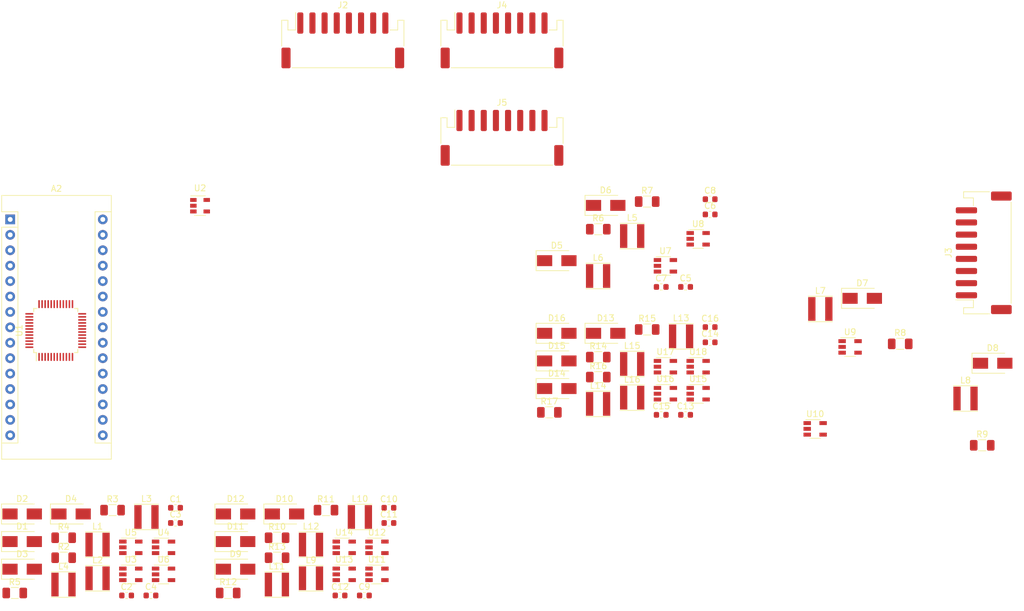
<source format=kicad_pcb>
(kicad_pcb (version 20171130) (host pcbnew "(5.1.8)-1")
  (layers (0 F.Cu signal) (31 B.Cu signal) (34 B.Paste user) (35 F.Paste user) (36 B.SilkS user) (37 F.SilkS user) (38 B.Mask user) (39 F.Mask user) (44 Edge.Cuts user))
  (net 0 "")
  (net 1 SCK)
  (net 2 MISO)
  (net 3 MOSI)
  (net 4 D10)
  (net 5 D9)
  (net 6 D8)
  (net 7 A7)
  (net 8 D7)
  (net 9 A6)
  (net 10 D6)
  (net 11 A5)
  (net 12 D5)
  (net 13 A4)
  (net 14 D4)
  (net 15 A3)
  (net 16 D3)
  (net 17 A2)
  (net 18 D2)
  (net 19 A1)
  (net 20 A0)
  (net 21 MASTER_TX)
  (net 22 MASTER_RX)
  (net 23 GND)
  (net 24 "Net-(C1-Pad1)")
  (net 25 "Net-(C2-Pad1)")
  (net 26 "Net-(C3-Pad1)")
  (net 27 "Net-(C4-Pad1)")
  (net 28 "Net-(C5-Pad1)")
  (net 29 "Net-(C6-Pad1)")
  (net 30 "Net-(C7-Pad1)")
  (net 31 "Net-(C8-Pad1)")
  (net 32 "Net-(C9-Pad1)")
  (net 33 "Net-(C10-Pad1)")
  (net 34 "Net-(C11-Pad1)")
  (net 35 "Net-(C12-Pad1)")
  (net 36 "Net-(C13-Pad1)")
  (net 37 "Net-(C14-Pad1)")
  (net 38 "Net-(C15-Pad1)")
  (net 39 "Net-(C16-Pad1)")
  (net 40 "Net-(D1-Pad2)")
  (net 41 "Net-(D2-Pad2)")
  (net 42 "Net-(D3-Pad2)")
  (net 43 "Net-(D4-Pad2)")
  (net 44 "Net-(D5-Pad2)")
  (net 45 "Net-(D6-Pad2)")
  (net 46 "Net-(D7-Pad2)")
  (net 47 "Net-(D8-Pad2)")
  (net 48 "Net-(D9-Pad2)")
  (net 49 "Net-(D10-Pad2)")
  (net 50 "Net-(D11-Pad2)")
  (net 51 "Net-(D12-Pad2)")
  (net 52 "Net-(D13-Pad2)")
  (net 53 "Net-(D14-Pad2)")
  (net 54 "Net-(D15-Pad2)")
  (net 55 "Net-(D16-Pad2)")
  (net 56 "Net-(J2-Pad8)")
  (net 57 "Net-(J2-Pad6)")
  (net 58 "Net-(J2-Pad4)")
  (net 59 "Net-(J2-Pad2)")
  (net 60 "Net-(J3-Pad8)")
  (net 61 "Net-(J3-Pad6)")
  (net 62 "Net-(J3-Pad4)")
  (net 63 "Net-(J3-Pad2)")
  (net 64 "Net-(J4-Pad8)")
  (net 65 "Net-(J4-Pad6)")
  (net 66 "Net-(J4-Pad4)")
  (net 67 "Net-(J4-Pad2)")
  (net 68 "Net-(J5-Pad8)")
  (net 69 "Net-(J5-Pad6)")
  (net 70 "Net-(J5-Pad4)")
  (net 71 "Net-(J5-Pad2)")
  (net 72 "Net-(J2-Pad7)")
  (net 73 "Net-(J2-Pad5)")
  (net 74 "Net-(J2-Pad3)")
  (net 75 "Net-(J2-Pad1)")
  (net 76 "Net-(J3-Pad7)")
  (net 77 "Net-(J3-Pad5)")
  (net 78 "Net-(J3-Pad3)")
  (net 79 "Net-(J3-Pad1)")
  (net 80 "Net-(J4-Pad7)")
  (net 81 "Net-(J4-Pad5)")
  (net 82 "Net-(J4-Pad3)")
  (net 83 "Net-(J4-Pad1)")
  (net 84 "Net-(J5-Pad7)")
  (net 85 "Net-(J5-Pad5)")
  (net 86 "Net-(J5-Pad3)")
  (net 87 "Net-(J5-Pad1)")
  (net 88 "Net-(U1-Pad15)")
  (net 89 "Net-(U1-Pad14)")
  (net 90 "Net-(J2-PadMP)")
  (net 91 "Net-(J3-PadMP)")
  (net 92 "Net-(J4-PadMP)")
  (net 93 "Net-(J5-PadMP)")
  (module Connector_JST:JST_PH_S8B-PH-SM4-TB_1x08-1MP_P2.00mm_Horizontal (layer F.Cu) (at 180.45 28.8)
    (fp_text reference J5 (at 0 -5.8) (layer F.SilkS))
    (fp_text value Conn_01x08_MountingPin)
    (pad MP smd roundrect (at 9.35 2.9) (size 1.5 3.4) (layers F.Cu F.Paste F.Mask) (roundrect_rratio 0.166667) (net 93 "Net-(J5-PadMP)"))
    (pad MP smd roundrect (at -9.35 2.9) (size 1.5 3.4) (layers F.Cu F.Paste F.Mask) (roundrect_rratio 0.166667) (net 93 "Net-(J5-PadMP)"))
    (pad 8 smd roundrect (at 7 -2.85) (size 1 3.5) (layers F.Cu F.Paste F.Mask) (net 68 "Net-(J5-Pad8)"))
    (pad 7 smd roundrect (at 5 -2.85) (size 1 3.5) (layers F.Cu F.Paste F.Mask) (net 84 "Net-(J5-Pad7)"))
    (pad 6 smd roundrect (at 3 -2.85) (size 1 3.5) (layers F.Cu F.Paste F.Mask) (net 69 "Net-(J5-Pad6)"))
    (pad 5 smd roundrect (at 1 -2.85) (size 1 3.5) (layers F.Cu F.Paste F.Mask) (net 85 "Net-(J5-Pad5)"))
    (pad 4 smd roundrect (at -1 -2.85) (size 1 3.5) (layers F.Cu F.Paste F.Mask) (net 70 "Net-(J5-Pad4)"))
    (pad 3 smd roundrect (at -3 -2.85) (size 1 3.5) (layers F.Cu F.Paste F.Mask) (net 86 "Net-(J5-Pad3)"))
    (pad 2 smd roundrect (at -5 -2.85) (size 1 3.5) (layers F.Cu F.Paste F.Mask) (net 71 "Net-(J5-Pad2)"))
    (pad 1 smd roundrect (at -7 -2.85) (size 1 3.5) (layers F.Cu F.Paste F.Mask) (net 87 "Net-(J5-Pad1)"))
  )
  (module Connector_JST:JST_PH_S8B-PH-SM4-TB_1x08-1MP_P2.00mm_Horizontal (layer F.Cu) (at 180.45 12.75)
    (fp_text reference J4 (at 0 -5.8) (layer F.SilkS))
    (fp_text value Conn_01x08_MountingPin)
    (pad MP smd roundrect (at 9.35 2.9) (size 1.5 3.4) (layers F.Cu F.Paste F.Mask) (roundrect_rratio 0.166667) (net 92 "Net-(J4-PadMP)"))
    (pad MP smd roundrect (at -9.35 2.9) (size 1.5 3.4) (layers F.Cu F.Paste F.Mask) (roundrect_rratio 0.166667) (net 92 "Net-(J4-PadMP)"))
    (pad 8 smd roundrect (at 7 -2.85) (size 1 3.5) (layers F.Cu F.Paste F.Mask) (net 64 "Net-(J4-Pad8)"))
    (pad 7 smd roundrect (at 5 -2.85) (size 1 3.5) (layers F.Cu F.Paste F.Mask) (net 80 "Net-(J4-Pad7)"))
    (pad 6 smd roundrect (at 3 -2.85) (size 1 3.5) (layers F.Cu F.Paste F.Mask) (net 65 "Net-(J4-Pad6)"))
    (pad 5 smd roundrect (at 1 -2.85) (size 1 3.5) (layers F.Cu F.Paste F.Mask) (net 81 "Net-(J4-Pad5)"))
    (pad 4 smd roundrect (at -1 -2.85) (size 1 3.5) (layers F.Cu F.Paste F.Mask) (net 66 "Net-(J4-Pad4)"))
    (pad 3 smd roundrect (at -3 -2.85) (size 1 3.5) (layers F.Cu F.Paste F.Mask) (net 82 "Net-(J4-Pad3)"))
    (pad 2 smd roundrect (at -5 -2.85) (size 1 3.5) (layers F.Cu F.Paste F.Mask) (net 67 "Net-(J4-Pad2)"))
    (pad 1 smd roundrect (at -7 -2.85) (size 1 3.5) (layers F.Cu F.Paste F.Mask) (net 83 "Net-(J4-Pad1)"))
  )
  (module Connector_JST:JST_PH_S8B-PH-SM4-TB_1x08-1MP_P2.00mm_Horizontal (layer F.Cu) (at 259.75 47.75 90)
    (fp_text reference J3 (at 0 -5.8 90) (layer F.SilkS))
    (fp_text value Conn_01x08_MountingPin)
    (pad MP smd roundrect (at 9.35 2.9 90) (size 1.5 3.4) (layers F.Cu F.Paste F.Mask) (roundrect_rratio 0.166667) (net 91 "Net-(J3-PadMP)"))
    (pad MP smd roundrect (at -9.35 2.9 90) (size 1.5 3.4) (layers F.Cu F.Paste F.Mask) (roundrect_rratio 0.166667) (net 91 "Net-(J3-PadMP)"))
    (pad 8 smd roundrect (at 7 -2.85 90) (size 1 3.5) (layers F.Cu F.Paste F.Mask) (net 60 "Net-(J3-Pad8)"))
    (pad 7 smd roundrect (at 5 -2.85 90) (size 1 3.5) (layers F.Cu F.Paste F.Mask) (net 76 "Net-(J3-Pad7)"))
    (pad 6 smd roundrect (at 3 -2.85 90) (size 1 3.5) (layers F.Cu F.Paste F.Mask) (net 61 "Net-(J3-Pad6)"))
    (pad 5 smd roundrect (at 1 -2.85 90) (size 1 3.5) (layers F.Cu F.Paste F.Mask) (net 77 "Net-(J3-Pad5)"))
    (pad 4 smd roundrect (at -1 -2.85 90) (size 1 3.5) (layers F.Cu F.Paste F.Mask) (net 62 "Net-(J3-Pad4)"))
    (pad 3 smd roundrect (at -3 -2.85 90) (size 1 3.5) (layers F.Cu F.Paste F.Mask) (net 78 "Net-(J3-Pad3)"))
    (pad 2 smd roundrect (at -5 -2.85 90) (size 1 3.5) (layers F.Cu F.Paste F.Mask) (net 63 "Net-(J3-Pad2)"))
    (pad 1 smd roundrect (at -7 -2.85 90) (size 1 3.5) (layers F.Cu F.Paste F.Mask) (net 79 "Net-(J3-Pad1)"))
  )
  (module Connector_JST:JST_PH_S8B-PH-SM4-TB_1x08-1MP_P2.00mm_Horizontal (layer F.Cu) (at 154.25 12.75)
    (fp_text reference J2 (at 0 -5.8) (layer F.SilkS))
    (fp_text value Conn_01x08_MountingPin)
    (pad MP smd roundrect (at 9.35 2.9) (size 1.5 3.4) (layers F.Cu F.Paste F.Mask) (roundrect_rratio 0.166667) (net 90 "Net-(J2-PadMP)"))
    (pad MP smd roundrect (at -9.35 2.9) (size 1.5 3.4) (layers F.Cu F.Paste F.Mask) (roundrect_rratio 0.166667) (net 90 "Net-(J2-PadMP)"))
    (pad 8 smd roundrect (at 7 -2.85) (size 1 3.5) (layers F.Cu F.Paste F.Mask) (net 56 "Net-(J2-Pad8)"))
    (pad 7 smd roundrect (at 5 -2.85) (size 1 3.5) (layers F.Cu F.Paste F.Mask) (net 72 "Net-(J2-Pad7)"))
    (pad 6 smd roundrect (at 3 -2.85) (size 1 3.5) (layers F.Cu F.Paste F.Mask) (net 57 "Net-(J2-Pad6)"))
    (pad 5 smd roundrect (at 1 -2.85) (size 1 3.5) (layers F.Cu F.Paste F.Mask) (net 73 "Net-(J2-Pad5)"))
    (pad 4 smd roundrect (at -1 -2.85) (size 1 3.5) (layers F.Cu F.Paste F.Mask) (net 58 "Net-(J2-Pad4)"))
    (pad 3 smd roundrect (at -3 -2.85) (size 1 3.5) (layers F.Cu F.Paste F.Mask) (net 74 "Net-(J2-Pad3)"))
    (pad 2 smd roundrect (at -5 -2.85) (size 1 3.5) (layers F.Cu F.Paste F.Mask) (net 59 "Net-(J2-Pad2)"))
    (pad 1 smd roundrect (at -7 -2.85) (size 1 3.5) (layers F.Cu F.Paste F.Mask) (net 75 "Net-(J2-Pad1)"))
  )
  (module Package_TO_SOT_SMD:TSOT-23-5 (layer F.Cu) (at 212.74 66.51)
    (fp_text reference U18 (at 0 -2.45) (layer F.SilkS))
    (fp_text value AL8860WT-7)
    (pad 5 smd rect (at 1.31 -0.95) (size 1.22 0.65) (layers F.Cu F.Paste F.Mask))
    (pad 4 smd rect (at 1.31 0.95) (size 1.22 0.65) (layers F.Cu F.Paste F.Mask) (net 87 "Net-(J5-Pad1)"))
    (pad 3 smd rect (at -1.31 0.95) (size 1.22 0.65) (layers F.Cu F.Paste F.Mask))
    (pad 2 smd rect (at -1.31 0) (size 1.22 0.65) (layers F.Cu F.Paste F.Mask) (net 23 GND))
    (pad 1 smd rect (at -1.31 -0.95) (size 1.22 0.65) (layers F.Cu F.Paste F.Mask) (net 55 "Net-(D16-Pad2)"))
  )
  (module Package_TO_SOT_SMD:TSOT-23-5 (layer F.Cu) (at 207.35 66.51)
    (fp_text reference U17 (at 0 -2.45) (layer F.SilkS))
    (fp_text value AL8860WT-7)
    (pad 5 smd rect (at 1.31 -0.95) (size 1.22 0.65) (layers F.Cu F.Paste F.Mask))
    (pad 4 smd rect (at 1.31 0.95) (size 1.22 0.65) (layers F.Cu F.Paste F.Mask) (net 86 "Net-(J5-Pad3)"))
    (pad 3 smd rect (at -1.31 0.95) (size 1.22 0.65) (layers F.Cu F.Paste F.Mask))
    (pad 2 smd rect (at -1.31 0) (size 1.22 0.65) (layers F.Cu F.Paste F.Mask) (net 23 GND))
    (pad 1 smd rect (at -1.31 -0.95) (size 1.22 0.65) (layers F.Cu F.Paste F.Mask) (net 54 "Net-(D15-Pad2)"))
  )
  (module Package_TO_SOT_SMD:TSOT-23-5 (layer F.Cu) (at 207.35 70.96)
    (fp_text reference U16 (at 0 -2.45) (layer F.SilkS))
    (fp_text value AL8860WT-7)
    (pad 5 smd rect (at 1.31 -0.95) (size 1.22 0.65) (layers F.Cu F.Paste F.Mask))
    (pad 4 smd rect (at 1.31 0.95) (size 1.22 0.65) (layers F.Cu F.Paste F.Mask) (net 85 "Net-(J5-Pad5)"))
    (pad 3 smd rect (at -1.31 0.95) (size 1.22 0.65) (layers F.Cu F.Paste F.Mask))
    (pad 2 smd rect (at -1.31 0) (size 1.22 0.65) (layers F.Cu F.Paste F.Mask) (net 23 GND))
    (pad 1 smd rect (at -1.31 -0.95) (size 1.22 0.65) (layers F.Cu F.Paste F.Mask) (net 53 "Net-(D14-Pad2)"))
  )
  (module Package_TO_SOT_SMD:TSOT-23-5 (layer F.Cu) (at 212.74 70.96)
    (fp_text reference U15 (at 0 -2.45) (layer F.SilkS))
    (fp_text value AL8860WT-7)
    (pad 5 smd rect (at 1.31 -0.95) (size 1.22 0.65) (layers F.Cu F.Paste F.Mask))
    (pad 4 smd rect (at 1.31 0.95) (size 1.22 0.65) (layers F.Cu F.Paste F.Mask) (net 84 "Net-(J5-Pad7)"))
    (pad 3 smd rect (at -1.31 0.95) (size 1.22 0.65) (layers F.Cu F.Paste F.Mask))
    (pad 2 smd rect (at -1.31 0) (size 1.22 0.65) (layers F.Cu F.Paste F.Mask) (net 23 GND))
    (pad 1 smd rect (at -1.31 -0.95) (size 1.22 0.65) (layers F.Cu F.Paste F.Mask) (net 52 "Net-(D13-Pad2)"))
  )
  (module Package_TO_SOT_SMD:TSOT-23-5 (layer F.Cu) (at 154.48 96.27)
    (fp_text reference U14 (at 0 -2.45) (layer F.SilkS))
    (fp_text value AL8860WT-7)
    (pad 5 smd rect (at 1.31 -0.95) (size 1.22 0.65) (layers F.Cu F.Paste F.Mask))
    (pad 4 smd rect (at 1.31 0.95) (size 1.22 0.65) (layers F.Cu F.Paste F.Mask) (net 83 "Net-(J4-Pad1)"))
    (pad 3 smd rect (at -1.31 0.95) (size 1.22 0.65) (layers F.Cu F.Paste F.Mask))
    (pad 2 smd rect (at -1.31 0) (size 1.22 0.65) (layers F.Cu F.Paste F.Mask) (net 23 GND))
    (pad 1 smd rect (at -1.31 -0.95) (size 1.22 0.65) (layers F.Cu F.Paste F.Mask) (net 51 "Net-(D12-Pad2)"))
  )
  (module Package_TO_SOT_SMD:TSOT-23-5 (layer F.Cu) (at 154.48 100.72)
    (fp_text reference U13 (at 0 -2.45) (layer F.SilkS))
    (fp_text value AL8860WT-7)
    (pad 5 smd rect (at 1.31 -0.95) (size 1.22 0.65) (layers F.Cu F.Paste F.Mask))
    (pad 4 smd rect (at 1.31 0.95) (size 1.22 0.65) (layers F.Cu F.Paste F.Mask) (net 82 "Net-(J4-Pad3)"))
    (pad 3 smd rect (at -1.31 0.95) (size 1.22 0.65) (layers F.Cu F.Paste F.Mask))
    (pad 2 smd rect (at -1.31 0) (size 1.22 0.65) (layers F.Cu F.Paste F.Mask) (net 23 GND))
    (pad 1 smd rect (at -1.31 -0.95) (size 1.22 0.65) (layers F.Cu F.Paste F.Mask) (net 50 "Net-(D11-Pad2)"))
  )
  (module Package_TO_SOT_SMD:TSOT-23-5 (layer F.Cu) (at 159.87 96.27)
    (fp_text reference U12 (at 0 -2.45) (layer F.SilkS))
    (fp_text value AL8860WT-7)
    (pad 5 smd rect (at 1.31 -0.95) (size 1.22 0.65) (layers F.Cu F.Paste F.Mask))
    (pad 4 smd rect (at 1.31 0.95) (size 1.22 0.65) (layers F.Cu F.Paste F.Mask) (net 81 "Net-(J4-Pad5)"))
    (pad 3 smd rect (at -1.31 0.95) (size 1.22 0.65) (layers F.Cu F.Paste F.Mask))
    (pad 2 smd rect (at -1.31 0) (size 1.22 0.65) (layers F.Cu F.Paste F.Mask) (net 23 GND))
    (pad 1 smd rect (at -1.31 -0.95) (size 1.22 0.65) (layers F.Cu F.Paste F.Mask) (net 49 "Net-(D10-Pad2)"))
  )
  (module Package_TO_SOT_SMD:TSOT-23-5 (layer F.Cu) (at 159.87 100.72)
    (fp_text reference U11 (at 0 -2.45) (layer F.SilkS))
    (fp_text value AL8860WT-7)
    (pad 5 smd rect (at 1.31 -0.95) (size 1.22 0.65) (layers F.Cu F.Paste F.Mask))
    (pad 4 smd rect (at 1.31 0.95) (size 1.22 0.65) (layers F.Cu F.Paste F.Mask) (net 80 "Net-(J4-Pad7)"))
    (pad 3 smd rect (at -1.31 0.95) (size 1.22 0.65) (layers F.Cu F.Paste F.Mask))
    (pad 2 smd rect (at -1.31 0) (size 1.22 0.65) (layers F.Cu F.Paste F.Mask) (net 23 GND))
    (pad 1 smd rect (at -1.31 -0.95) (size 1.22 0.65) (layers F.Cu F.Paste F.Mask) (net 48 "Net-(D9-Pad2)"))
  )
  (module Package_TO_SOT_SMD:TSOT-23-5 (layer F.Cu) (at 232 76.75)
    (fp_text reference U10 (at 0 -2.45) (layer F.SilkS))
    (fp_text value AL8860WT-7)
    (pad 5 smd rect (at 1.31 -0.95) (size 1.22 0.65) (layers F.Cu F.Paste F.Mask))
    (pad 4 smd rect (at 1.31 0.95) (size 1.22 0.65) (layers F.Cu F.Paste F.Mask) (net 79 "Net-(J3-Pad1)"))
    (pad 3 smd rect (at -1.31 0.95) (size 1.22 0.65) (layers F.Cu F.Paste F.Mask))
    (pad 2 smd rect (at -1.31 0) (size 1.22 0.65) (layers F.Cu F.Paste F.Mask) (net 23 GND))
    (pad 1 smd rect (at -1.31 -0.95) (size 1.22 0.65) (layers F.Cu F.Paste F.Mask) (net 47 "Net-(D8-Pad2)"))
  )
  (module Package_TO_SOT_SMD:TSOT-23-5 (layer F.Cu) (at 237.75 63.25)
    (fp_text reference U9 (at 0 -2.45) (layer F.SilkS))
    (fp_text value AL8860WT-7)
    (pad 5 smd rect (at 1.31 -0.95) (size 1.22 0.65) (layers F.Cu F.Paste F.Mask))
    (pad 4 smd rect (at 1.31 0.95) (size 1.22 0.65) (layers F.Cu F.Paste F.Mask) (net 78 "Net-(J3-Pad3)"))
    (pad 3 smd rect (at -1.31 0.95) (size 1.22 0.65) (layers F.Cu F.Paste F.Mask))
    (pad 2 smd rect (at -1.31 0) (size 1.22 0.65) (layers F.Cu F.Paste F.Mask) (net 23 GND))
    (pad 1 smd rect (at -1.31 -0.95) (size 1.22 0.65) (layers F.Cu F.Paste F.Mask) (net 46 "Net-(D7-Pad2)"))
  )
  (module Package_TO_SOT_SMD:TSOT-23-5 (layer F.Cu) (at 212.74 45.44)
    (fp_text reference U8 (at 0 -2.45) (layer F.SilkS))
    (fp_text value AL8860WT-7)
    (pad 5 smd rect (at 1.31 -0.95) (size 1.22 0.65) (layers F.Cu F.Paste F.Mask))
    (pad 4 smd rect (at 1.31 0.95) (size 1.22 0.65) (layers F.Cu F.Paste F.Mask) (net 77 "Net-(J3-Pad5)"))
    (pad 3 smd rect (at -1.31 0.95) (size 1.22 0.65) (layers F.Cu F.Paste F.Mask))
    (pad 2 smd rect (at -1.31 0) (size 1.22 0.65) (layers F.Cu F.Paste F.Mask) (net 23 GND))
    (pad 1 smd rect (at -1.31 -0.95) (size 1.22 0.65) (layers F.Cu F.Paste F.Mask) (net 45 "Net-(D6-Pad2)"))
  )
  (module Package_TO_SOT_SMD:TSOT-23-5 (layer F.Cu) (at 207.35 49.89)
    (fp_text reference U7 (at 0 -2.45) (layer F.SilkS))
    (fp_text value AL8860WT-7)
    (pad 5 smd rect (at 1.31 -0.95) (size 1.22 0.65) (layers F.Cu F.Paste F.Mask))
    (pad 4 smd rect (at 1.31 0.95) (size 1.22 0.65) (layers F.Cu F.Paste F.Mask) (net 76 "Net-(J3-Pad7)"))
    (pad 3 smd rect (at -1.31 0.95) (size 1.22 0.65) (layers F.Cu F.Paste F.Mask))
    (pad 2 smd rect (at -1.31 0) (size 1.22 0.65) (layers F.Cu F.Paste F.Mask) (net 23 GND))
    (pad 1 smd rect (at -1.31 -0.95) (size 1.22 0.65) (layers F.Cu F.Paste F.Mask) (net 44 "Net-(D5-Pad2)"))
  )
  (module Package_TO_SOT_SMD:TSOT-23-5 (layer F.Cu) (at 124.74 100.72)
    (fp_text reference U6 (at 0 -2.45) (layer F.SilkS))
    (fp_text value AL8860WT-7)
    (pad 5 smd rect (at 1.31 -0.95) (size 1.22 0.65) (layers F.Cu F.Paste F.Mask))
    (pad 4 smd rect (at 1.31 0.95) (size 1.22 0.65) (layers F.Cu F.Paste F.Mask) (net 75 "Net-(J2-Pad1)"))
    (pad 3 smd rect (at -1.31 0.95) (size 1.22 0.65) (layers F.Cu F.Paste F.Mask))
    (pad 2 smd rect (at -1.31 0) (size 1.22 0.65) (layers F.Cu F.Paste F.Mask) (net 23 GND))
    (pad 1 smd rect (at -1.31 -0.95) (size 1.22 0.65) (layers F.Cu F.Paste F.Mask) (net 43 "Net-(D4-Pad2)"))
  )
  (module Package_TO_SOT_SMD:TSOT-23-5 (layer F.Cu) (at 119.35 96.27)
    (fp_text reference U5 (at 0 -2.45) (layer F.SilkS))
    (fp_text value AL8860WT-7)
    (pad 5 smd rect (at 1.31 -0.95) (size 1.22 0.65) (layers F.Cu F.Paste F.Mask))
    (pad 4 smd rect (at 1.31 0.95) (size 1.22 0.65) (layers F.Cu F.Paste F.Mask) (net 74 "Net-(J2-Pad3)"))
    (pad 3 smd rect (at -1.31 0.95) (size 1.22 0.65) (layers F.Cu F.Paste F.Mask))
    (pad 2 smd rect (at -1.31 0) (size 1.22 0.65) (layers F.Cu F.Paste F.Mask) (net 23 GND))
    (pad 1 smd rect (at -1.31 -0.95) (size 1.22 0.65) (layers F.Cu F.Paste F.Mask) (net 42 "Net-(D3-Pad2)"))
  )
  (module Package_TO_SOT_SMD:TSOT-23-5 (layer F.Cu) (at 124.74 96.27)
    (fp_text reference U4 (at 0 -2.45) (layer F.SilkS))
    (fp_text value AL8860WT-7)
    (pad 5 smd rect (at 1.31 -0.95) (size 1.22 0.65) (layers F.Cu F.Paste F.Mask))
    (pad 4 smd rect (at 1.31 0.95) (size 1.22 0.65) (layers F.Cu F.Paste F.Mask) (net 73 "Net-(J2-Pad5)"))
    (pad 3 smd rect (at -1.31 0.95) (size 1.22 0.65) (layers F.Cu F.Paste F.Mask))
    (pad 2 smd rect (at -1.31 0) (size 1.22 0.65) (layers F.Cu F.Paste F.Mask) (net 23 GND))
    (pad 1 smd rect (at -1.31 -0.95) (size 1.22 0.65) (layers F.Cu F.Paste F.Mask) (net 41 "Net-(D2-Pad2)"))
  )
  (module Package_TO_SOT_SMD:TSOT-23-5 (layer F.Cu) (at 119.35 100.72)
    (fp_text reference U3 (at 0 -2.45) (layer F.SilkS))
    (fp_text value AL8860WT-7)
    (pad 5 smd rect (at 1.31 -0.95) (size 1.22 0.65) (layers F.Cu F.Paste F.Mask))
    (pad 4 smd rect (at 1.31 0.95) (size 1.22 0.65) (layers F.Cu F.Paste F.Mask) (net 72 "Net-(J2-Pad7)"))
    (pad 3 smd rect (at -1.31 0.95) (size 1.22 0.65) (layers F.Cu F.Paste F.Mask))
    (pad 2 smd rect (at -1.31 0) (size 1.22 0.65) (layers F.Cu F.Paste F.Mask) (net 23 GND))
    (pad 1 smd rect (at -1.31 -0.95) (size 1.22 0.65) (layers F.Cu F.Paste F.Mask) (net 40 "Net-(D1-Pad2)"))
  )
  (module Package_TO_SOT_SMD:SOT-23-5 (layer F.Cu) (at 130.75 39.99)
    (fp_text reference U2 (at 0 -2.9) (layer F.SilkS))
    (fp_text value INA168)
    (pad 5 smd rect (at 1.1 -0.95) (size 1.06 0.65) (layers F.Cu F.Paste F.Mask))
    (pad 4 smd rect (at 1.1 0.95) (size 1.06 0.65) (layers F.Cu F.Paste F.Mask))
    (pad 3 smd rect (at -1.1 0.95) (size 1.06 0.65) (layers F.Cu F.Paste F.Mask))
    (pad 2 smd rect (at -1.1 0) (size 1.06 0.65) (layers F.Cu F.Paste F.Mask))
    (pad 1 smd rect (at -1.1 -0.95) (size 1.06 0.65) (layers F.Cu F.Paste F.Mask))
  )
  (module Package_QFP:TQFP-48_7x7mm_P0.5mm (layer F.Cu) (at 107 60.55 90)
    (fp_text reference U1 (at 0 -6 90) (layer F.SilkS))
    (fp_text value ATmega4809-A)
    (pad 48 smd rect (at -2.75 -4.35 180) (size 1.3 0.25) (layers F.Cu F.Paste F.Mask))
    (pad 47 smd rect (at -2.25 -4.35 180) (size 1.3 0.25) (layers F.Cu F.Paste F.Mask) (net 11 A5))
    (pad 46 smd rect (at -1.75 -4.35 180) (size 1.3 0.25) (layers F.Cu F.Paste F.Mask) (net 13 A4))
    (pad 45 smd rect (at -1.25 -4.35 180) (size 1.3 0.25) (layers F.Cu F.Paste F.Mask) (net 8 D7))
    (pad 44 smd rect (at -0.75 -4.35 180) (size 1.3 0.25) (layers F.Cu F.Paste F.Mask) (net 18 D2))
    (pad 43 smd rect (at -0.25 -4.35 180) (size 1.3 0.25) (layers F.Cu F.Paste F.Mask) (net 88 "Net-(U1-Pad15)"))
    (pad 42 smd rect (at 0.25 -4.35 180) (size 1.3 0.25) (layers F.Cu F.Paste F.Mask) (net 89 "Net-(U1-Pad14)"))
    (pad 41 smd rect (at 0.75 -4.35 180) (size 1.3 0.25) (layers F.Cu F.Paste F.Mask))
    (pad 40 smd rect (at 1.25 -4.35 180) (size 1.3 0.25) (layers F.Cu F.Paste F.Mask))
    (pad 39 smd rect (at 1.75 -4.35 180) (size 1.3 0.25) (layers F.Cu F.Paste F.Mask) (net 16 D3))
    (pad 38 smd rect (at 2.25 -4.35 180) (size 1.3 0.25) (layers F.Cu F.Paste F.Mask) (net 10 D6))
    (pad 37 smd rect (at 2.75 -4.35 180) (size 1.3 0.25) (layers F.Cu F.Paste F.Mask))
    (pad 36 smd rect (at 4.35 -2.75 90) (size 1.3 0.25) (layers F.Cu F.Paste F.Mask))
    (pad 35 smd rect (at 4.35 -2.25 90) (size 1.3 0.25) (layers F.Cu F.Paste F.Mask))
    (pad 34 smd rect (at 4.35 -1.75 90) (size 1.3 0.25) (layers F.Cu F.Paste F.Mask))
    (pad 33 smd rect (at 4.35 -1.25 90) (size 1.3 0.25) (layers F.Cu F.Paste F.Mask) (net 6 D8))
    (pad 32 smd rect (at 4.35 -0.75 90) (size 1.3 0.25) (layers F.Cu F.Paste F.Mask) (net 1 SCK))
    (pad 31 smd rect (at 4.35 -0.25 90) (size 1.3 0.25) (layers F.Cu F.Paste F.Mask) (net 2 MISO))
    (pad 30 smd rect (at 4.35 0.25 90) (size 1.3 0.25) (layers F.Cu F.Paste F.Mask) (net 3 MOSI))
    (pad 29 smd rect (at 4.35 0.75 90) (size 1.3 0.25) (layers F.Cu F.Paste F.Mask) (net 88 "Net-(U1-Pad15)"))
    (pad 28 smd rect (at 4.35 1.25 90) (size 1.3 0.25) (layers F.Cu F.Paste F.Mask))
    (pad 27 smd rect (at 4.35 1.75 90) (size 1.3 0.25) (layers F.Cu F.Paste F.Mask))
    (pad 26 smd rect (at 4.35 2.25 90) (size 1.3 0.25) (layers F.Cu F.Paste F.Mask))
    (pad 25 smd rect (at 4.35 2.75 90) (size 1.3 0.25) (layers F.Cu F.Paste F.Mask) (net 7 A7))
    (pad 24 smd rect (at 2.75 4.35 180) (size 1.3 0.25) (layers F.Cu F.Paste F.Mask) (net 9 A6))
    (pad 23 smd rect (at 2.25 4.35 180) (size 1.3 0.25) (layers F.Cu F.Paste F.Mask) (net 20 A0))
    (pad 22 smd rect (at 1.75 4.35 180) (size 1.3 0.25) (layers F.Cu F.Paste F.Mask) (net 19 A1))
    (pad 21 smd rect (at 1.25 4.35 180) (size 1.3 0.25) (layers F.Cu F.Paste F.Mask) (net 17 A2))
    (pad 20 smd rect (at 0.75 4.35 180) (size 1.3 0.25) (layers F.Cu F.Paste F.Mask) (net 15 A3))
    (pad 19 smd rect (at 0.25 4.35 180) (size 1.3 0.25) (layers F.Cu F.Paste F.Mask))
    (pad 18 smd rect (at -0.25 4.35 180) (size 1.3 0.25) (layers F.Cu F.Paste F.Mask) (net 14 D4))
    (pad 17 smd rect (at -0.75 4.35 180) (size 1.3 0.25) (layers F.Cu F.Paste F.Mask) (net 21 MASTER_TX))
    (pad 16 smd rect (at -1.25 4.35 180) (size 1.3 0.25) (layers F.Cu F.Paste F.Mask) (net 22 MASTER_RX))
    (pad 15 smd rect (at -1.75 4.35 180) (size 1.3 0.25) (layers F.Cu F.Paste F.Mask) (net 88 "Net-(U1-Pad15)"))
    (pad 14 smd rect (at -2.25 4.35 180) (size 1.3 0.25) (layers F.Cu F.Paste F.Mask) (net 89 "Net-(U1-Pad14)"))
    (pad 13 smd rect (at -2.75 4.35 180) (size 1.3 0.25) (layers F.Cu F.Paste F.Mask))
    (pad 12 smd rect (at -4.35 2.75 90) (size 1.3 0.25) (layers F.Cu F.Paste F.Mask))
    (pad 11 smd rect (at -4.35 2.25 90) (size 1.3 0.25) (layers F.Cu F.Paste F.Mask))
    (pad 10 smd rect (at -4.35 1.75 90) (size 1.3 0.25) (layers F.Cu F.Paste F.Mask))
    (pad 9 smd rect (at -4.35 1.25 90) (size 1.3 0.25) (layers F.Cu F.Paste F.Mask))
    (pad 8 smd rect (at -4.35 0.75 90) (size 1.3 0.25) (layers F.Cu F.Paste F.Mask))
    (pad 7 smd rect (at -4.35 0.25 90) (size 1.3 0.25) (layers F.Cu F.Paste F.Mask))
    (pad 6 smd rect (at -4.35 -0.25 90) (size 1.3 0.25) (layers F.Cu F.Paste F.Mask) (net 12 D5))
    (pad 5 smd rect (at -4.35 -0.75 90) (size 1.3 0.25) (layers F.Cu F.Paste F.Mask) (net 4 D10))
    (pad 4 smd rect (at -4.35 -1.25 90) (size 1.3 0.25) (layers F.Cu F.Paste F.Mask) (net 5 D9))
    (pad 3 smd rect (at -4.35 -1.75 90) (size 1.3 0.25) (layers F.Cu F.Paste F.Mask))
    (pad 2 smd rect (at -4.35 -2.25 90) (size 1.3 0.25) (layers F.Cu F.Paste F.Mask))
    (pad 1 smd rect (at -4.35 -2.75 90) (size 1.3 0.25) (layers F.Cu F.Paste F.Mask))
  )
  (module Resistor_SMD:R_1206_3216Metric (layer F.Cu) (at 188.25 74.03)
    (fp_text reference R17 (at 0 -1.82) (layer F.SilkS))
    (fp_text value 0.3R)
    (pad 2 smd roundrect (at 1.4 0) (size 1.25 1.75) (layers F.Cu F.Paste F.Mask) (roundrect_rratio 0.2) (net 87 "Net-(J5-Pad1)"))
    (pad 1 smd roundrect (at -1.4 0) (size 1.25 1.75) (layers F.Cu F.Paste F.Mask) (roundrect_rratio 0.2) (net 39 "Net-(C16-Pad1)"))
  )
  (module Resistor_SMD:R_1206_3216Metric (layer F.Cu) (at 196.3 68.22)
    (fp_text reference R16 (at 0 -1.82) (layer F.SilkS))
    (fp_text value 0.3R)
    (pad 2 smd roundrect (at 1.4 0) (size 1.25 1.75) (layers F.Cu F.Paste F.Mask) (roundrect_rratio 0.2) (net 86 "Net-(J5-Pad3)"))
    (pad 1 smd roundrect (at -1.4 0) (size 1.25 1.75) (layers F.Cu F.Paste F.Mask) (roundrect_rratio 0.2) (net 38 "Net-(C15-Pad1)"))
  )
  (module Resistor_SMD:R_1206_3216Metric (layer F.Cu) (at 204.35 60.38)
    (fp_text reference R15 (at 0 -1.82) (layer F.SilkS))
    (fp_text value 0.3R)
    (pad 2 smd roundrect (at 1.4 0) (size 1.25 1.75) (layers F.Cu F.Paste F.Mask) (roundrect_rratio 0.2) (net 85 "Net-(J5-Pad5)"))
    (pad 1 smd roundrect (at -1.4 0) (size 1.25 1.75) (layers F.Cu F.Paste F.Mask) (roundrect_rratio 0.2) (net 37 "Net-(C14-Pad1)"))
  )
  (module Resistor_SMD:R_1206_3216Metric (layer F.Cu) (at 196.3 64.93)
    (fp_text reference R14 (at 0 -1.82) (layer F.SilkS))
    (fp_text value 0.3R)
    (pad 2 smd roundrect (at 1.4 0) (size 1.25 1.75) (layers F.Cu F.Paste F.Mask) (roundrect_rratio 0.2) (net 84 "Net-(J5-Pad7)"))
    (pad 1 smd roundrect (at -1.4 0) (size 1.25 1.75) (layers F.Cu F.Paste F.Mask) (roundrect_rratio 0.2) (net 36 "Net-(C13-Pad1)"))
  )
  (module Resistor_SMD:R_1206_3216Metric (layer F.Cu) (at 143.43 97.98)
    (fp_text reference R13 (at 0 -1.82) (layer F.SilkS))
    (fp_text value 0.3R)
    (pad 2 smd roundrect (at 1.4 0) (size 1.25 1.75) (layers F.Cu F.Paste F.Mask) (roundrect_rratio 0.2) (net 83 "Net-(J4-Pad1)"))
    (pad 1 smd roundrect (at -1.4 0) (size 1.25 1.75) (layers F.Cu F.Paste F.Mask) (roundrect_rratio 0.2) (net 35 "Net-(C12-Pad1)"))
  )
  (module Resistor_SMD:R_1206_3216Metric (layer F.Cu) (at 135.38 103.79)
    (fp_text reference R12 (at 0 -1.82) (layer F.SilkS))
    (fp_text value 0.3R)
    (pad 2 smd roundrect (at 1.4 0) (size 1.25 1.75) (layers F.Cu F.Paste F.Mask) (roundrect_rratio 0.2) (net 82 "Net-(J4-Pad3)"))
    (pad 1 smd roundrect (at -1.4 0) (size 1.25 1.75) (layers F.Cu F.Paste F.Mask) (roundrect_rratio 0.2) (net 34 "Net-(C11-Pad1)"))
  )
  (module Resistor_SMD:R_1206_3216Metric (layer F.Cu) (at 151.48 90.14)
    (fp_text reference R11 (at 0 -1.82) (layer F.SilkS))
    (fp_text value 0.3R)
    (pad 2 smd roundrect (at 1.4 0) (size 1.25 1.75) (layers F.Cu F.Paste F.Mask) (roundrect_rratio 0.2) (net 81 "Net-(J4-Pad5)"))
    (pad 1 smd roundrect (at -1.4 0) (size 1.25 1.75) (layers F.Cu F.Paste F.Mask) (roundrect_rratio 0.2) (net 33 "Net-(C10-Pad1)"))
  )
  (module Resistor_SMD:R_1206_3216Metric (layer F.Cu) (at 143.43 94.69)
    (fp_text reference R10 (at 0 -1.82) (layer F.SilkS))
    (fp_text value 0.3R)
    (pad 2 smd roundrect (at 1.4 0) (size 1.25 1.75) (layers F.Cu F.Paste F.Mask) (roundrect_rratio 0.2) (net 80 "Net-(J4-Pad7)"))
    (pad 1 smd roundrect (at -1.4 0) (size 1.25 1.75) (layers F.Cu F.Paste F.Mask) (roundrect_rratio 0.2) (net 32 "Net-(C9-Pad1)"))
  )
  (module Resistor_SMD:R_1206_3216Metric (layer F.Cu) (at 259.5 79.46)
    (fp_text reference R9 (at 0 -1.82) (layer F.SilkS))
    (fp_text value 0.3R)
    (pad 2 smd roundrect (at 1.4 0) (size 1.25 1.75) (layers F.Cu F.Paste F.Mask) (roundrect_rratio 0.2) (net 79 "Net-(J3-Pad1)"))
    (pad 1 smd roundrect (at -1.4 0) (size 1.25 1.75) (layers F.Cu F.Paste F.Mask) (roundrect_rratio 0.2) (net 31 "Net-(C8-Pad1)"))
  )
  (module Resistor_SMD:R_1206_3216Metric (layer F.Cu) (at 246 62.75)
    (fp_text reference R8 (at 0 -1.82) (layer F.SilkS))
    (fp_text value 0.3R)
    (pad 2 smd roundrect (at 1.4 0) (size 1.25 1.75) (layers F.Cu F.Paste F.Mask) (roundrect_rratio 0.2) (net 78 "Net-(J3-Pad3)"))
    (pad 1 smd roundrect (at -1.4 0) (size 1.25 1.75) (layers F.Cu F.Paste F.Mask) (roundrect_rratio 0.2) (net 30 "Net-(C7-Pad1)"))
  )
  (module Resistor_SMD:R_1206_3216Metric (layer F.Cu) (at 204.35 39.31)
    (fp_text reference R7 (at 0 -1.82) (layer F.SilkS))
    (fp_text value 0.3R)
    (pad 2 smd roundrect (at 1.4 0) (size 1.25 1.75) (layers F.Cu F.Paste F.Mask) (roundrect_rratio 0.2) (net 77 "Net-(J3-Pad5)"))
    (pad 1 smd roundrect (at -1.4 0) (size 1.25 1.75) (layers F.Cu F.Paste F.Mask) (roundrect_rratio 0.2) (net 29 "Net-(C6-Pad1)"))
  )
  (module Resistor_SMD:R_1206_3216Metric (layer F.Cu) (at 196.3 43.86)
    (fp_text reference R6 (at 0 -1.82) (layer F.SilkS))
    (fp_text value 0.3R)
    (pad 2 smd roundrect (at 1.4 0) (size 1.25 1.75) (layers F.Cu F.Paste F.Mask) (roundrect_rratio 0.2) (net 76 "Net-(J3-Pad7)"))
    (pad 1 smd roundrect (at -1.4 0) (size 1.25 1.75) (layers F.Cu F.Paste F.Mask) (roundrect_rratio 0.2) (net 28 "Net-(C5-Pad1)"))
  )
  (module Resistor_SMD:R_1206_3216Metric (layer F.Cu) (at 100.25 103.79)
    (fp_text reference R5 (at 0 -1.82) (layer F.SilkS))
    (fp_text value 0.3R)
    (pad 2 smd roundrect (at 1.4 0) (size 1.25 1.75) (layers F.Cu F.Paste F.Mask) (roundrect_rratio 0.2) (net 75 "Net-(J2-Pad1)"))
    (pad 1 smd roundrect (at -1.4 0) (size 1.25 1.75) (layers F.Cu F.Paste F.Mask) (roundrect_rratio 0.2) (net 27 "Net-(C4-Pad1)"))
  )
  (module Resistor_SMD:R_1206_3216Metric (layer F.Cu) (at 108.3 94.69)
    (fp_text reference R4 (at 0 -1.82) (layer F.SilkS))
    (fp_text value 0.3R)
    (pad 2 smd roundrect (at 1.4 0) (size 1.25 1.75) (layers F.Cu F.Paste F.Mask) (roundrect_rratio 0.2) (net 74 "Net-(J2-Pad3)"))
    (pad 1 smd roundrect (at -1.4 0) (size 1.25 1.75) (layers F.Cu F.Paste F.Mask) (roundrect_rratio 0.2) (net 26 "Net-(C3-Pad1)"))
  )
  (module Resistor_SMD:R_1206_3216Metric (layer F.Cu) (at 116.35 90.14)
    (fp_text reference R3 (at 0 -1.82) (layer F.SilkS))
    (fp_text value 0.3R)
    (pad 2 smd roundrect (at 1.4 0) (size 1.25 1.75) (layers F.Cu F.Paste F.Mask) (roundrect_rratio 0.2) (net 73 "Net-(J2-Pad5)"))
    (pad 1 smd roundrect (at -1.4 0) (size 1.25 1.75) (layers F.Cu F.Paste F.Mask) (roundrect_rratio 0.2) (net 25 "Net-(C2-Pad1)"))
  )
  (module Resistor_SMD:R_1206_3216Metric (layer F.Cu) (at 108.3 97.98)
    (fp_text reference R2 (at 0 -1.82) (layer F.SilkS))
    (fp_text value 0.3R)
    (pad 2 smd roundrect (at 1.4 0) (size 1.25 1.75) (layers F.Cu F.Paste F.Mask) (roundrect_rratio 0.2) (net 72 "Net-(J2-Pad7)"))
    (pad 1 smd roundrect (at -1.4 0) (size 1.25 1.75) (layers F.Cu F.Paste F.Mask) (roundrect_rratio 0.2) (net 24 "Net-(C1-Pad1)"))
  )
  (module Inductor_SMD:L_Taiyo-Yuden_NR-40xx (layer F.Cu) (at 201.88 71.61)
    (fp_text reference L16 (at 0 -3) (layer F.SilkS))
    (fp_text value 68u)
    (pad 2 smd rect (at 1.4 0) (size 1.2 3.9) (layers F.Cu F.Paste F.Mask) (net 71 "Net-(J5-Pad2)"))
    (pad 1 smd rect (at -1.4 0) (size 1.2 3.9) (layers F.Cu F.Paste F.Mask) (net 55 "Net-(D16-Pad2)"))
  )
  (module Inductor_SMD:L_Taiyo-Yuden_NR-40xx (layer F.Cu) (at 201.88 66.06)
    (fp_text reference L15 (at 0 -3) (layer F.SilkS))
    (fp_text value 68u)
    (pad 2 smd rect (at 1.4 0) (size 1.2 3.9) (layers F.Cu F.Paste F.Mask) (net 70 "Net-(J5-Pad4)"))
    (pad 1 smd rect (at -1.4 0) (size 1.2 3.9) (layers F.Cu F.Paste F.Mask) (net 54 "Net-(D15-Pad2)"))
  )
  (module Inductor_SMD:L_Taiyo-Yuden_NR-40xx (layer F.Cu) (at 196.27 72.64)
    (fp_text reference L14 (at 0 -3) (layer F.SilkS))
    (fp_text value 68u)
    (pad 2 smd rect (at 1.4 0) (size 1.2 3.9) (layers F.Cu F.Paste F.Mask) (net 69 "Net-(J5-Pad6)"))
    (pad 1 smd rect (at -1.4 0) (size 1.2 3.9) (layers F.Cu F.Paste F.Mask) (net 53 "Net-(D14-Pad2)"))
  )
  (module Inductor_SMD:L_Taiyo-Yuden_NR-40xx (layer F.Cu) (at 209.93 61.51)
    (fp_text reference L13 (at 0 -3) (layer F.SilkS))
    (fp_text value 68u)
    (pad 2 smd rect (at 1.4 0) (size 1.2 3.9) (layers F.Cu F.Paste F.Mask) (net 68 "Net-(J5-Pad8)"))
    (pad 1 smd rect (at -1.4 0) (size 1.2 3.9) (layers F.Cu F.Paste F.Mask) (net 52 "Net-(D13-Pad2)"))
  )
  (module Inductor_SMD:L_Taiyo-Yuden_NR-40xx (layer F.Cu) (at 149.01 95.82)
    (fp_text reference L12 (at 0 -3) (layer F.SilkS))
    (fp_text value 68u)
    (pad 2 smd rect (at 1.4 0) (size 1.2 3.9) (layers F.Cu F.Paste F.Mask) (net 67 "Net-(J4-Pad2)"))
    (pad 1 smd rect (at -1.4 0) (size 1.2 3.9) (layers F.Cu F.Paste F.Mask) (net 51 "Net-(D12-Pad2)"))
  )
  (module Inductor_SMD:L_Taiyo-Yuden_NR-40xx (layer F.Cu) (at 143.4 102.4)
    (fp_text reference L11 (at 0 -3) (layer F.SilkS))
    (fp_text value 68u)
    (pad 2 smd rect (at 1.4 0) (size 1.2 3.9) (layers F.Cu F.Paste F.Mask) (net 66 "Net-(J4-Pad4)"))
    (pad 1 smd rect (at -1.4 0) (size 1.2 3.9) (layers F.Cu F.Paste F.Mask) (net 50 "Net-(D11-Pad2)"))
  )
  (module Inductor_SMD:L_Taiyo-Yuden_NR-40xx (layer F.Cu) (at 157.06 91.27)
    (fp_text reference L10 (at 0 -3) (layer F.SilkS))
    (fp_text value 68u)
    (pad 2 smd rect (at 1.4 0) (size 1.2 3.9) (layers F.Cu F.Paste F.Mask) (net 65 "Net-(J4-Pad6)"))
    (pad 1 smd rect (at -1.4 0) (size 1.2 3.9) (layers F.Cu F.Paste F.Mask) (net 49 "Net-(D10-Pad2)"))
  )
  (module Inductor_SMD:L_Taiyo-Yuden_NR-40xx (layer F.Cu) (at 149.01 101.37)
    (fp_text reference L9 (at 0 -3) (layer F.SilkS))
    (fp_text value 68u)
    (pad 2 smd rect (at 1.4 0) (size 1.2 3.9) (layers F.Cu F.Paste F.Mask) (net 64 "Net-(J4-Pad8)"))
    (pad 1 smd rect (at -1.4 0) (size 1.2 3.9) (layers F.Cu F.Paste F.Mask) (net 48 "Net-(D9-Pad2)"))
  )
  (module Inductor_SMD:L_Taiyo-Yuden_NR-40xx (layer F.Cu) (at 256.75 71.75)
    (fp_text reference L8 (at 0 -3) (layer F.SilkS))
    (fp_text value 68u)
    (pad 2 smd rect (at 1.4 0) (size 1.2 3.9) (layers F.Cu F.Paste F.Mask) (net 63 "Net-(J3-Pad2)"))
    (pad 1 smd rect (at -1.4 0) (size 1.2 3.9) (layers F.Cu F.Paste F.Mask) (net 47 "Net-(D8-Pad2)"))
  )
  (module Inductor_SMD:L_Taiyo-Yuden_NR-40xx (layer F.Cu) (at 232.85 57)
    (fp_text reference L7 (at 0 -3) (layer F.SilkS))
    (fp_text value 68u)
    (pad 2 smd rect (at 1.4 0) (size 1.2 3.9) (layers F.Cu F.Paste F.Mask) (net 62 "Net-(J3-Pad4)"))
    (pad 1 smd rect (at -1.4 0) (size 1.2 3.9) (layers F.Cu F.Paste F.Mask) (net 46 "Net-(D7-Pad2)"))
  )
  (module Inductor_SMD:L_Taiyo-Yuden_NR-40xx (layer F.Cu) (at 196.27 51.57)
    (fp_text reference L6 (at 0 -3) (layer F.SilkS))
    (fp_text value 68u)
    (pad 2 smd rect (at 1.4 0) (size 1.2 3.9) (layers F.Cu F.Paste F.Mask) (net 61 "Net-(J3-Pad6)"))
    (pad 1 smd rect (at -1.4 0) (size 1.2 3.9) (layers F.Cu F.Paste F.Mask) (net 45 "Net-(D6-Pad2)"))
  )
  (module Inductor_SMD:L_Taiyo-Yuden_NR-40xx (layer F.Cu) (at 201.88 44.99)
    (fp_text reference L5 (at 0 -3) (layer F.SilkS))
    (fp_text value 68u)
    (pad 2 smd rect (at 1.4 0) (size 1.2 3.9) (layers F.Cu F.Paste F.Mask) (net 60 "Net-(J3-Pad8)"))
    (pad 1 smd rect (at -1.4 0) (size 1.2 3.9) (layers F.Cu F.Paste F.Mask) (net 44 "Net-(D5-Pad2)"))
  )
  (module Inductor_SMD:L_Taiyo-Yuden_NR-40xx (layer F.Cu) (at 108.27 102.4)
    (fp_text reference L4 (at 0 -3) (layer F.SilkS))
    (fp_text value 68u)
    (pad 2 smd rect (at 1.4 0) (size 1.2 3.9) (layers F.Cu F.Paste F.Mask) (net 59 "Net-(J2-Pad2)"))
    (pad 1 smd rect (at -1.4 0) (size 1.2 3.9) (layers F.Cu F.Paste F.Mask) (net 43 "Net-(D4-Pad2)"))
  )
  (module Inductor_SMD:L_Taiyo-Yuden_NR-40xx (layer F.Cu) (at 121.93 91.27)
    (fp_text reference L3 (at 0 -3) (layer F.SilkS))
    (fp_text value 68u)
    (pad 2 smd rect (at 1.4 0) (size 1.2 3.9) (layers F.Cu F.Paste F.Mask) (net 58 "Net-(J2-Pad4)"))
    (pad 1 smd rect (at -1.4 0) (size 1.2 3.9) (layers F.Cu F.Paste F.Mask) (net 42 "Net-(D3-Pad2)"))
  )
  (module Inductor_SMD:L_Taiyo-Yuden_NR-40xx (layer F.Cu) (at 113.88 101.37)
    (fp_text reference L2 (at 0 -3) (layer F.SilkS))
    (fp_text value 68u)
    (pad 2 smd rect (at 1.4 0) (size 1.2 3.9) (layers F.Cu F.Paste F.Mask) (net 57 "Net-(J2-Pad6)"))
    (pad 1 smd rect (at -1.4 0) (size 1.2 3.9) (layers F.Cu F.Paste F.Mask) (net 41 "Net-(D2-Pad2)"))
  )
  (module Inductor_SMD:L_Taiyo-Yuden_NR-40xx (layer F.Cu) (at 113.88 95.82)
    (fp_text reference L1 (at 0 -3) (layer F.SilkS))
    (fp_text value 68u)
    (pad 2 smd rect (at 1.4 0) (size 1.2 3.9) (layers F.Cu F.Paste F.Mask) (net 56 "Net-(J2-Pad8)"))
    (pad 1 smd rect (at -1.4 0) (size 1.2 3.9) (layers F.Cu F.Paste F.Mask) (net 40 "Net-(D1-Pad2)"))
  )
  (module Diode_SMD:D_SMA (layer F.Cu) (at 189.47 61.01)
    (fp_text reference D16 (at 0 -2.5) (layer F.SilkS))
    (fp_text value SS14-DC)
    (pad 2 smd rect (at 2 0) (size 2.5 1.8) (layers F.Cu F.Paste F.Mask) (net 55 "Net-(D16-Pad2)"))
    (pad 1 smd rect (at -2 0) (size 2.5 1.8) (layers F.Cu F.Paste F.Mask) (net 39 "Net-(C16-Pad1)"))
  )
  (module Diode_SMD:D_SMA (layer F.Cu) (at 189.47 65.56)
    (fp_text reference D15 (at 0 -2.5) (layer F.SilkS))
    (fp_text value SS14-DC)
    (pad 2 smd rect (at 2 0) (size 2.5 1.8) (layers F.Cu F.Paste F.Mask) (net 54 "Net-(D15-Pad2)"))
    (pad 1 smd rect (at -2 0) (size 2.5 1.8) (layers F.Cu F.Paste F.Mask) (net 38 "Net-(C15-Pad1)"))
  )
  (module Diode_SMD:D_SMA (layer F.Cu) (at 189.47 70.11)
    (fp_text reference D14 (at 0 -2.5) (layer F.SilkS))
    (fp_text value SS14-DC)
    (pad 2 smd rect (at 2 0) (size 2.5 1.8) (layers F.Cu F.Paste F.Mask) (net 53 "Net-(D14-Pad2)"))
    (pad 1 smd rect (at -2 0) (size 2.5 1.8) (layers F.Cu F.Paste F.Mask) (net 37 "Net-(C14-Pad1)"))
  )
  (module Diode_SMD:D_SMA (layer F.Cu) (at 197.52 61.01)
    (fp_text reference D13 (at 0 -2.5) (layer F.SilkS))
    (fp_text value SS14-DC)
    (pad 2 smd rect (at 2 0) (size 2.5 1.8) (layers F.Cu F.Paste F.Mask) (net 52 "Net-(D13-Pad2)"))
    (pad 1 smd rect (at -2 0) (size 2.5 1.8) (layers F.Cu F.Paste F.Mask) (net 36 "Net-(C13-Pad1)"))
  )
  (module Diode_SMD:D_SMA (layer F.Cu) (at 136.6 90.77)
    (fp_text reference D12 (at 0 -2.5) (layer F.SilkS))
    (fp_text value SS14-DC)
    (pad 2 smd rect (at 2 0) (size 2.5 1.8) (layers F.Cu F.Paste F.Mask) (net 51 "Net-(D12-Pad2)"))
    (pad 1 smd rect (at -2 0) (size 2.5 1.8) (layers F.Cu F.Paste F.Mask) (net 35 "Net-(C12-Pad1)"))
  )
  (module Diode_SMD:D_SMA (layer F.Cu) (at 136.6 95.32)
    (fp_text reference D11 (at 0 -2.5) (layer F.SilkS))
    (fp_text value SS14-DC)
    (pad 2 smd rect (at 2 0) (size 2.5 1.8) (layers F.Cu F.Paste F.Mask) (net 50 "Net-(D11-Pad2)"))
    (pad 1 smd rect (at -2 0) (size 2.5 1.8) (layers F.Cu F.Paste F.Mask) (net 34 "Net-(C11-Pad1)"))
  )
  (module Diode_SMD:D_SMA (layer F.Cu) (at 144.65 90.77)
    (fp_text reference D10 (at 0 -2.5) (layer F.SilkS))
    (fp_text value SS14-DC)
    (pad 2 smd rect (at 2 0) (size 2.5 1.8) (layers F.Cu F.Paste F.Mask) (net 49 "Net-(D10-Pad2)"))
    (pad 1 smd rect (at -2 0) (size 2.5 1.8) (layers F.Cu F.Paste F.Mask) (net 33 "Net-(C10-Pad1)"))
  )
  (module Diode_SMD:D_SMA (layer F.Cu) (at 136.6 99.87)
    (fp_text reference D9 (at 0 -2.5) (layer F.SilkS))
    (fp_text value SS14-DC)
    (pad 2 smd rect (at 2 0) (size 2.5 1.8) (layers F.Cu F.Paste F.Mask) (net 48 "Net-(D9-Pad2)"))
    (pad 1 smd rect (at -2 0) (size 2.5 1.8) (layers F.Cu F.Paste F.Mask) (net 32 "Net-(C9-Pad1)"))
  )
  (module Diode_SMD:D_SMA (layer F.Cu) (at 261.22 65.94)
    (fp_text reference D8 (at 0 -2.5) (layer F.SilkS))
    (fp_text value SS14-DC)
    (pad 2 smd rect (at 2 0) (size 2.5 1.8) (layers F.Cu F.Paste F.Mask) (net 47 "Net-(D8-Pad2)"))
    (pad 1 smd rect (at -2 0) (size 2.5 1.8) (layers F.Cu F.Paste F.Mask) (net 31 "Net-(C8-Pad1)"))
  )
  (module Diode_SMD:D_SMA (layer F.Cu) (at 239.75 55.25)
    (fp_text reference D7 (at 0 -2.5) (layer F.SilkS))
    (fp_text value SS14-DC)
    (pad 2 smd rect (at 2 0) (size 2.5 1.8) (layers F.Cu F.Paste F.Mask) (net 46 "Net-(D7-Pad2)"))
    (pad 1 smd rect (at -2 0) (size 2.5 1.8) (layers F.Cu F.Paste F.Mask) (net 30 "Net-(C7-Pad1)"))
  )
  (module Diode_SMD:D_SMA (layer F.Cu) (at 197.52 39.94)
    (fp_text reference D6 (at 0 -2.5) (layer F.SilkS))
    (fp_text value SS14-DC)
    (pad 2 smd rect (at 2 0) (size 2.5 1.8) (layers F.Cu F.Paste F.Mask) (net 45 "Net-(D6-Pad2)"))
    (pad 1 smd rect (at -2 0) (size 2.5 1.8) (layers F.Cu F.Paste F.Mask) (net 29 "Net-(C6-Pad1)"))
  )
  (module Diode_SMD:D_SMA (layer F.Cu) (at 189.47 49.04)
    (fp_text reference D5 (at 0 -2.5) (layer F.SilkS))
    (fp_text value SS14-DC)
    (pad 2 smd rect (at 2 0) (size 2.5 1.8) (layers F.Cu F.Paste F.Mask) (net 44 "Net-(D5-Pad2)"))
    (pad 1 smd rect (at -2 0) (size 2.5 1.8) (layers F.Cu F.Paste F.Mask) (net 28 "Net-(C5-Pad1)"))
  )
  (module Diode_SMD:D_SMA (layer F.Cu) (at 109.52 90.77)
    (fp_text reference D4 (at 0 -2.5) (layer F.SilkS))
    (fp_text value SS14-DC)
    (pad 2 smd rect (at 2 0) (size 2.5 1.8) (layers F.Cu F.Paste F.Mask) (net 43 "Net-(D4-Pad2)"))
    (pad 1 smd rect (at -2 0) (size 2.5 1.8) (layers F.Cu F.Paste F.Mask) (net 27 "Net-(C4-Pad1)"))
  )
  (module Diode_SMD:D_SMA (layer F.Cu) (at 101.47 99.87)
    (fp_text reference D3 (at 0 -2.5) (layer F.SilkS))
    (fp_text value SS14-DC)
    (pad 2 smd rect (at 2 0) (size 2.5 1.8) (layers F.Cu F.Paste F.Mask) (net 42 "Net-(D3-Pad2)"))
    (pad 1 smd rect (at -2 0) (size 2.5 1.8) (layers F.Cu F.Paste F.Mask) (net 26 "Net-(C3-Pad1)"))
  )
  (module Diode_SMD:D_SMA (layer F.Cu) (at 101.47 90.77)
    (fp_text reference D2 (at 0 -2.5) (layer F.SilkS))
    (fp_text value SS14-DC)
    (pad 2 smd rect (at 2 0) (size 2.5 1.8) (layers F.Cu F.Paste F.Mask) (net 41 "Net-(D2-Pad2)"))
    (pad 1 smd rect (at -2 0) (size 2.5 1.8) (layers F.Cu F.Paste F.Mask) (net 25 "Net-(C2-Pad1)"))
  )
  (module Diode_SMD:D_SMA (layer F.Cu) (at 101.47 95.32)
    (fp_text reference D1 (at 0 -2.5) (layer F.SilkS))
    (fp_text value SS14-DC)
    (pad 2 smd rect (at 2 0) (size 2.5 1.8) (layers F.Cu F.Paste F.Mask) (net 40 "Net-(D1-Pad2)"))
    (pad 1 smd rect (at -2 0) (size 2.5 1.8) (layers F.Cu F.Paste F.Mask) (net 24 "Net-(C1-Pad1)"))
  )
  (module Capacitor_SMD:C_0603_1608Metric (layer F.Cu) (at 214.71 59.99)
    (fp_text reference C16 (at 0 -1.43) (layer F.SilkS))
    (fp_text value "10u X7R")
    (pad 2 smd roundrect (at 0.7875 0) (size 0.875 0.95) (layers F.Cu F.Paste F.Mask) (net 23 GND))
    (pad 1 smd roundrect (at -0.7875 0) (size 0.875 0.95) (layers F.Cu F.Paste F.Mask) (net 39 "Net-(C16-Pad1)"))
  )
  (module Capacitor_SMD:C_0603_1608Metric (layer F.Cu) (at 206.66 74.44)
    (fp_text reference C15 (at 0 -1.43) (layer F.SilkS))
    (fp_text value "10u X7R")
    (pad 2 smd roundrect (at 0.7875 0) (size 0.875 0.95) (layers F.Cu F.Paste F.Mask) (net 23 GND))
    (pad 1 smd roundrect (at -0.7875 0) (size 0.875 0.95) (layers F.Cu F.Paste F.Mask) (net 38 "Net-(C15-Pad1)"))
  )
  (module Capacitor_SMD:C_0603_1608Metric (layer F.Cu) (at 214.71 62.5)
    (fp_text reference C14 (at 0 -1.43) (layer F.SilkS))
    (fp_text value "10u X7R")
    (pad 2 smd roundrect (at 0.7875 0) (size 0.875 0.95) (layers F.Cu F.Paste F.Mask) (net 23 GND))
    (pad 1 smd roundrect (at -0.7875 0) (size 0.875 0.95) (layers F.Cu F.Paste F.Mask) (net 37 "Net-(C14-Pad1)"))
  )
  (module Capacitor_SMD:C_0603_1608Metric (layer F.Cu) (at 210.67 74.44)
    (fp_text reference C13 (at 0 -1.43) (layer F.SilkS))
    (fp_text value "10u X7R")
    (pad 2 smd roundrect (at 0.7875 0) (size 0.875 0.95) (layers F.Cu F.Paste F.Mask) (net 23 GND))
    (pad 1 smd roundrect (at -0.7875 0) (size 0.875 0.95) (layers F.Cu F.Paste F.Mask) (net 36 "Net-(C13-Pad1)"))
  )
  (module Capacitor_SMD:C_0603_1608Metric (layer F.Cu) (at 153.79 104.2)
    (fp_text reference C12 (at 0 -1.43) (layer F.SilkS))
    (fp_text value "10u X7R")
    (pad 2 smd roundrect (at 0.7875 0) (size 0.875 0.95) (layers F.Cu F.Paste F.Mask) (net 23 GND))
    (pad 1 smd roundrect (at -0.7875 0) (size 0.875 0.95) (layers F.Cu F.Paste F.Mask) (net 35 "Net-(C12-Pad1)"))
  )
  (module Capacitor_SMD:C_0603_1608Metric (layer F.Cu) (at 161.84 92.26)
    (fp_text reference C11 (at 0 -1.43) (layer F.SilkS))
    (fp_text value "10u X7R")
    (pad 2 smd roundrect (at 0.7875 0) (size 0.875 0.95) (layers F.Cu F.Paste F.Mask) (net 23 GND))
    (pad 1 smd roundrect (at -0.7875 0) (size 0.875 0.95) (layers F.Cu F.Paste F.Mask) (net 34 "Net-(C11-Pad1)"))
  )
  (module Capacitor_SMD:C_0603_1608Metric (layer F.Cu) (at 161.84 89.75)
    (fp_text reference C10 (at 0 -1.43) (layer F.SilkS))
    (fp_text value "10u X7R")
    (pad 2 smd roundrect (at 0.7875 0) (size 0.875 0.95) (layers F.Cu F.Paste F.Mask) (net 23 GND))
    (pad 1 smd roundrect (at -0.7875 0) (size 0.875 0.95) (layers F.Cu F.Paste F.Mask) (net 33 "Net-(C10-Pad1)"))
  )
  (module Capacitor_SMD:C_0603_1608Metric (layer F.Cu) (at 157.8 104.2)
    (fp_text reference C9 (at 0 -1.43) (layer F.SilkS))
    (fp_text value "10u X7R")
    (pad 2 smd roundrect (at 0.7875 0) (size 0.875 0.95) (layers F.Cu F.Paste F.Mask) (net 23 GND))
    (pad 1 smd roundrect (at -0.7875 0) (size 0.875 0.95) (layers F.Cu F.Paste F.Mask) (net 32 "Net-(C9-Pad1)"))
  )
  (module Capacitor_SMD:C_0603_1608Metric (layer F.Cu) (at 214.71 38.92)
    (fp_text reference C8 (at 0 -1.43) (layer F.SilkS))
    (fp_text value "10u X7R")
    (pad 2 smd roundrect (at 0.7875 0) (size 0.875 0.95) (layers F.Cu F.Paste F.Mask) (net 23 GND))
    (pad 1 smd roundrect (at -0.7875 0) (size 0.875 0.95) (layers F.Cu F.Paste F.Mask) (net 31 "Net-(C8-Pad1)"))
  )
  (module Capacitor_SMD:C_0603_1608Metric (layer F.Cu) (at 206.66 53.37)
    (fp_text reference C7 (at 0 -1.43) (layer F.SilkS))
    (fp_text value "10u X7R")
    (pad 2 smd roundrect (at 0.7875 0) (size 0.875 0.95) (layers F.Cu F.Paste F.Mask) (net 23 GND))
    (pad 1 smd roundrect (at -0.7875 0) (size 0.875 0.95) (layers F.Cu F.Paste F.Mask) (net 30 "Net-(C7-Pad1)"))
  )
  (module Capacitor_SMD:C_0603_1608Metric (layer F.Cu) (at 214.71 41.43)
    (fp_text reference C6 (at 0 -1.43) (layer F.SilkS))
    (fp_text value "10u X7R")
    (pad 2 smd roundrect (at 0.7875 0) (size 0.875 0.95) (layers F.Cu F.Paste F.Mask) (net 23 GND))
    (pad 1 smd roundrect (at -0.7875 0) (size 0.875 0.95) (layers F.Cu F.Paste F.Mask) (net 29 "Net-(C6-Pad1)"))
  )
  (module Capacitor_SMD:C_0603_1608Metric (layer F.Cu) (at 210.67 53.37)
    (fp_text reference C5 (at 0 -1.43) (layer F.SilkS))
    (fp_text value "10u X7R")
    (pad 2 smd roundrect (at 0.7875 0) (size 0.875 0.95) (layers F.Cu F.Paste F.Mask) (net 23 GND))
    (pad 1 smd roundrect (at -0.7875 0) (size 0.875 0.95) (layers F.Cu F.Paste F.Mask) (net 28 "Net-(C5-Pad1)"))
  )
  (module Capacitor_SMD:C_0603_1608Metric (layer F.Cu) (at 122.67 104.2)
    (fp_text reference C4 (at 0 -1.43) (layer F.SilkS))
    (fp_text value "10u X7R")
    (pad 2 smd roundrect (at 0.7875 0) (size 0.875 0.95) (layers F.Cu F.Paste F.Mask) (net 23 GND))
    (pad 1 smd roundrect (at -0.7875 0) (size 0.875 0.95) (layers F.Cu F.Paste F.Mask) (net 27 "Net-(C4-Pad1)"))
  )
  (module Capacitor_SMD:C_0603_1608Metric (layer F.Cu) (at 126.71 92.26)
    (fp_text reference C3 (at 0 -1.43) (layer F.SilkS))
    (fp_text value "10u X7R")
    (pad 2 smd roundrect (at 0.7875 0) (size 0.875 0.95) (layers F.Cu F.Paste F.Mask) (net 23 GND))
    (pad 1 smd roundrect (at -0.7875 0) (size 0.875 0.95) (layers F.Cu F.Paste F.Mask) (net 26 "Net-(C3-Pad1)"))
  )
  (module Capacitor_SMD:C_0603_1608Metric (layer F.Cu) (at 118.66 104.2)
    (fp_text reference C2 (at 0 -1.43) (layer F.SilkS))
    (fp_text value "10u X7R")
    (pad 2 smd roundrect (at 0.7875 0) (size 0.875 0.95) (layers F.Cu F.Paste F.Mask) (net 23 GND))
    (pad 1 smd roundrect (at -0.7875 0) (size 0.875 0.95) (layers F.Cu F.Paste F.Mask) (net 25 "Net-(C2-Pad1)"))
  )
  (module Capacitor_SMD:C_0603_1608Metric (layer F.Cu) (at 126.71 89.75)
    (fp_text reference C1 (at 0 -1.43) (layer F.SilkS))
    (fp_text value "10u X7R")
    (pad 2 smd roundrect (at 0.7875 0) (size 0.875 0.95) (layers F.Cu F.Paste F.Mask) (net 23 GND))
    (pad 1 smd roundrect (at -0.7875 0) (size 0.875 0.95) (layers F.Cu F.Paste F.Mask) (net 24 "Net-(C1-Pad1)"))
  )
  (module Module:Arduino_Nano (layer F.Cu) (at 99.5 42.25)
    (fp_text reference A2 (at 7.62 -5.08) (layer F.SilkS))
    (fp_text value Arduino_Nano_Every)
    (pad 16 thru_hole oval (at 15.24 35.56) (size 1.6 1.6) (drill 0.8) (layers *.Cu *.Mask) (net 1 SCK))
    (pad 15 thru_hole oval (at 0 35.56) (size 1.6 1.6) (drill 0.8) (layers *.Cu *.Mask) (net 2 MISO))
    (pad 30 thru_hole oval (at 15.24 0) (size 1.6 1.6) (drill 0.8) (layers *.Cu *.Mask))
    (pad 14 thru_hole oval (at 0 33.02) (size 1.6 1.6) (drill 0.8) (layers *.Cu *.Mask) (net 3 MOSI))
    (pad 29 thru_hole oval (at 15.24 2.54) (size 1.6 1.6) (drill 0.8) (layers *.Cu *.Mask))
    (pad 13 thru_hole oval (at 0 30.48) (size 1.6 1.6) (drill 0.8) (layers *.Cu *.Mask) (net 4 D10))
    (pad 28 thru_hole oval (at 15.24 5.08) (size 1.6 1.6) (drill 0.8) (layers *.Cu *.Mask))
    (pad 12 thru_hole oval (at 0 27.94) (size 1.6 1.6) (drill 0.8) (layers *.Cu *.Mask) (net 5 D9))
    (pad 27 thru_hole oval (at 15.24 7.62) (size 1.6 1.6) (drill 0.8) (layers *.Cu *.Mask))
    (pad 11 thru_hole oval (at 0 25.4) (size 1.6 1.6) (drill 0.8) (layers *.Cu *.Mask) (net 6 D8))
    (pad 26 thru_hole oval (at 15.24 10.16) (size 1.6 1.6) (drill 0.8) (layers *.Cu *.Mask) (net 7 A7))
    (pad 10 thru_hole oval (at 0 22.86) (size 1.6 1.6) (drill 0.8) (layers *.Cu *.Mask) (net 8 D7))
    (pad 25 thru_hole oval (at 15.24 12.7) (size 1.6 1.6) (drill 0.8) (layers *.Cu *.Mask) (net 9 A6))
    (pad 9 thru_hole oval (at 0 20.32) (size 1.6 1.6) (drill 0.8) (layers *.Cu *.Mask) (net 10 D6))
    (pad 24 thru_hole oval (at 15.24 15.24) (size 1.6 1.6) (drill 0.8) (layers *.Cu *.Mask) (net 11 A5))
    (pad 8 thru_hole oval (at 0 17.78) (size 1.6 1.6) (drill 0.8) (layers *.Cu *.Mask) (net 12 D5))
    (pad 23 thru_hole oval (at 15.24 17.78) (size 1.6 1.6) (drill 0.8) (layers *.Cu *.Mask) (net 13 A4))
    (pad 7 thru_hole oval (at 0 15.24) (size 1.6 1.6) (drill 0.8) (layers *.Cu *.Mask) (net 14 D4))
    (pad 22 thru_hole oval (at 15.24 20.32) (size 1.6 1.6) (drill 0.8) (layers *.Cu *.Mask) (net 15 A3))
    (pad 6 thru_hole oval (at 0 12.7) (size 1.6 1.6) (drill 0.8) (layers *.Cu *.Mask) (net 16 D3))
    (pad 21 thru_hole oval (at 15.24 22.86) (size 1.6 1.6) (drill 0.8) (layers *.Cu *.Mask) (net 17 A2))
    (pad 5 thru_hole oval (at 0 10.16) (size 1.6 1.6) (drill 0.8) (layers *.Cu *.Mask) (net 18 D2))
    (pad 20 thru_hole oval (at 15.24 25.4) (size 1.6 1.6) (drill 0.8) (layers *.Cu *.Mask) (net 19 A1))
    (pad 4 thru_hole oval (at 0 7.62) (size 1.6 1.6) (drill 0.8) (layers *.Cu *.Mask))
    (pad 19 thru_hole oval (at 15.24 27.94) (size 1.6 1.6) (drill 0.8) (layers *.Cu *.Mask) (net 20 A0))
    (pad 3 thru_hole oval (at 0 5.08) (size 1.6 1.6) (drill 0.8) (layers *.Cu *.Mask))
    (pad 18 thru_hole oval (at 15.24 30.48) (size 1.6 1.6) (drill 0.8) (layers *.Cu *.Mask))
    (pad 2 thru_hole oval (at 0 2.54) (size 1.6 1.6) (drill 0.8) (layers *.Cu *.Mask) (net 21 MASTER_TX))
    (pad 17 thru_hole oval (at 15.24 33.02) (size 1.6 1.6) (drill 0.8) (layers *.Cu *.Mask))
    (pad 1 thru_hole rect (at 0 0) (size 1.6 1.6) (drill 0.8) (layers *.Cu *.Mask) (net 22 MASTER_RX))
  )
)
</source>
